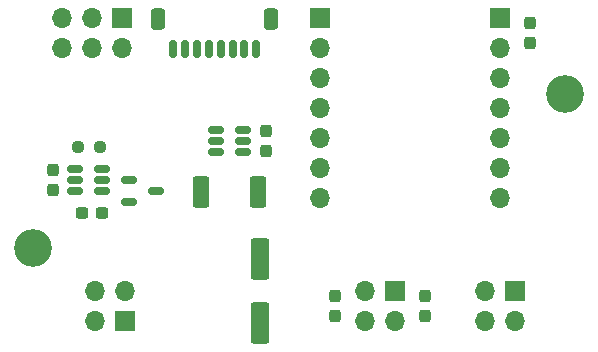
<source format=gbr>
%TF.GenerationSoftware,KiCad,Pcbnew,8.0.4*%
%TF.CreationDate,2024-08-21T00:11:03-04:00*%
%TF.ProjectId,Drone_Motherboard,44726f6e-655f-44d6-9f74-686572626f61,rev?*%
%TF.SameCoordinates,Original*%
%TF.FileFunction,Soldermask,Top*%
%TF.FilePolarity,Negative*%
%FSLAX46Y46*%
G04 Gerber Fmt 4.6, Leading zero omitted, Abs format (unit mm)*
G04 Created by KiCad (PCBNEW 8.0.4) date 2024-08-21 00:11:03*
%MOMM*%
%LPD*%
G01*
G04 APERTURE LIST*
G04 Aperture macros list*
%AMRoundRect*
0 Rectangle with rounded corners*
0 $1 Rounding radius*
0 $2 $3 $4 $5 $6 $7 $8 $9 X,Y pos of 4 corners*
0 Add a 4 corners polygon primitive as box body*
4,1,4,$2,$3,$4,$5,$6,$7,$8,$9,$2,$3,0*
0 Add four circle primitives for the rounded corners*
1,1,$1+$1,$2,$3*
1,1,$1+$1,$4,$5*
1,1,$1+$1,$6,$7*
1,1,$1+$1,$8,$9*
0 Add four rect primitives between the rounded corners*
20,1,$1+$1,$2,$3,$4,$5,0*
20,1,$1+$1,$4,$5,$6,$7,0*
20,1,$1+$1,$6,$7,$8,$9,0*
20,1,$1+$1,$8,$9,$2,$3,0*%
G04 Aperture macros list end*
%ADD10C,3.200000*%
%ADD11RoundRect,0.249999X-0.450001X-1.075001X0.450001X-1.075001X0.450001X1.075001X-0.450001X1.075001X0*%
%ADD12R,1.700000X1.700000*%
%ADD13O,1.700000X1.700000*%
%ADD14RoundRect,0.150000X-0.150000X-0.625000X0.150000X-0.625000X0.150000X0.625000X-0.150000X0.625000X0*%
%ADD15RoundRect,0.250000X-0.350000X-0.650000X0.350000X-0.650000X0.350000X0.650000X-0.350000X0.650000X0*%
%ADD16RoundRect,0.237500X-0.237500X0.300000X-0.237500X-0.300000X0.237500X-0.300000X0.237500X0.300000X0*%
%ADD17RoundRect,0.150000X-0.512500X-0.150000X0.512500X-0.150000X0.512500X0.150000X-0.512500X0.150000X0*%
%ADD18RoundRect,0.250000X-0.550000X1.500000X-0.550000X-1.500000X0.550000X-1.500000X0.550000X1.500000X0*%
%ADD19RoundRect,0.237500X0.300000X0.237500X-0.300000X0.237500X-0.300000X-0.237500X0.300000X-0.237500X0*%
%ADD20RoundRect,0.237500X0.250000X0.237500X-0.250000X0.237500X-0.250000X-0.237500X0.250000X-0.237500X0*%
G04 APERTURE END LIST*
D10*
%TO.C,H2*%
X116700000Y-126900000D03*
%TD*%
D11*
%TO.C,R1*%
X130950000Y-122174000D03*
X135750000Y-122174000D03*
%TD*%
D12*
%TO.C,SPI1*%
X157485000Y-130551000D03*
D13*
X157485000Y-133091000D03*
X154945000Y-130551000D03*
X154945000Y-133091000D03*
%TD*%
D12*
%TO.C,JETSON_PWR1*%
X147325000Y-130551000D03*
D13*
X147325000Y-133091000D03*
X144785000Y-130551000D03*
X144785000Y-133091000D03*
%TD*%
D14*
%TO.C,ESC1*%
X128580000Y-110037000D03*
X129580000Y-110037000D03*
X130580000Y-110037000D03*
X131580000Y-110037000D03*
X132580000Y-110037000D03*
X133580000Y-110037000D03*
X134580000Y-110037000D03*
X135580000Y-110037000D03*
D15*
X127280000Y-107512000D03*
X136880000Y-107512000D03*
%TD*%
D16*
%TO.C,C6*%
X118364000Y-120295500D03*
X118364000Y-122020500D03*
%TD*%
%TO.C,C2*%
X136398000Y-116993500D03*
X136398000Y-118718500D03*
%TD*%
%TO.C,C1*%
X149865000Y-130958500D03*
X149865000Y-132683500D03*
%TD*%
D12*
%TO.C,VBUCK1*%
X124465000Y-133101000D03*
D13*
X121925000Y-133101000D03*
X124465000Y-130561000D03*
X121925000Y-130561000D03*
%TD*%
D17*
%TO.C,U1*%
X132212500Y-116906000D03*
X132212500Y-117856000D03*
X132212500Y-118806000D03*
X134487500Y-118806000D03*
X134487500Y-117856000D03*
X134487500Y-116906000D03*
%TD*%
%TO.C,Q1*%
X124846500Y-121158000D03*
X124846500Y-123058000D03*
X127121500Y-122108000D03*
%TD*%
D18*
%TO.C,C5*%
X135890000Y-127856000D03*
X135890000Y-133256000D03*
%TD*%
D19*
%TO.C,C3*%
X122528500Y-123952000D03*
X120803500Y-123952000D03*
%TD*%
D16*
%TO.C,C4*%
X142245000Y-130958500D03*
X142245000Y-132683500D03*
%TD*%
D10*
%TO.C,H1*%
X161700000Y-113900000D03*
%TD*%
D12*
%TO.C,ESC_DEBUG1*%
X124191000Y-107437000D03*
D13*
X124191000Y-109977000D03*
X121651000Y-107437000D03*
X121651000Y-109977000D03*
X119111000Y-107437000D03*
X119111000Y-109977000D03*
%TD*%
D16*
%TO.C,C7*%
X158750000Y-107849500D03*
X158750000Y-109574500D03*
%TD*%
D20*
%TO.C,R2*%
X122324500Y-118364000D03*
X120499500Y-118364000D03*
%TD*%
D12*
%TO.C,XIAO_L1*%
X140970000Y-107442000D03*
D13*
X140970000Y-109982000D03*
X140970000Y-112522000D03*
X140970000Y-115062000D03*
X140970000Y-117602000D03*
X140970000Y-120142000D03*
X140970000Y-122682000D03*
%TD*%
D12*
%TO.C,XIAO_R1*%
X156210000Y-107442000D03*
D13*
X156210000Y-109982000D03*
X156210000Y-112522000D03*
X156210000Y-115062000D03*
X156210000Y-117602000D03*
X156210000Y-120142000D03*
X156210000Y-122682000D03*
%TD*%
D17*
%TO.C,U2*%
X120274500Y-120208000D03*
X120274500Y-121158000D03*
X120274500Y-122108000D03*
X122549500Y-122108000D03*
X122549500Y-121158000D03*
X122549500Y-120208000D03*
%TD*%
M02*

</source>
